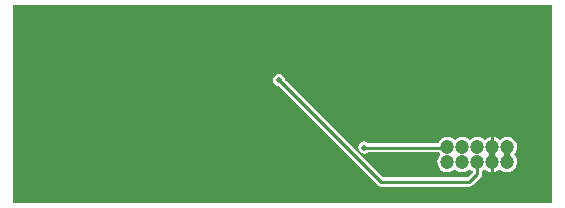
<source format=gbl>
G04*
G04 #@! TF.GenerationSoftware,Altium Limited,Altium Designer,18.0.11 (651)*
G04*
G04 Layer_Physical_Order=2*
G04 Layer_Color=16711680*
%FSLAX25Y25*%
%MOIN*%
G70*
G01*
G75*
%ADD10C,0.01000*%
%ADD19C,0.01968*%
%ADD20C,0.04724*%
%ADD21C,0.02000*%
G36*
X182500Y2000D02*
X3000D01*
Y68000D01*
X182500D01*
Y2000D01*
D02*
G37*
%LPC*%
G36*
X91500Y45039D02*
X90720Y44884D01*
X90058Y44442D01*
X89616Y43780D01*
X89461Y43000D01*
X89616Y42220D01*
X90058Y41558D01*
X90720Y41116D01*
X91346Y40992D01*
X124419Y7919D01*
X124915Y7587D01*
X125500Y7471D01*
X155000D01*
X155585Y7587D01*
X156081Y7919D01*
X158719Y10556D01*
X159051Y11052D01*
X159167Y11638D01*
Y12742D01*
X159333Y12811D01*
X160036Y13350D01*
X160240D01*
X160942Y12811D01*
X161760Y12472D01*
X162138Y12423D01*
Y15748D01*
X163138D01*
Y12423D01*
X163515Y12472D01*
X164333Y12811D01*
X165036Y13350D01*
X165161D01*
X165864Y12811D01*
X166681Y12472D01*
X167559Y12357D01*
X168437Y12472D01*
X169255Y12811D01*
X169957Y13350D01*
X170496Y14052D01*
X170835Y14870D01*
X170950Y15748D01*
X170835Y16626D01*
X170496Y17444D01*
X170163Y17878D01*
X170001Y18248D01*
X170163Y18618D01*
X170496Y19052D01*
X170835Y19870D01*
X170950Y20748D01*
X170835Y21626D01*
X170496Y22444D01*
X169957Y23146D01*
X169255Y23685D01*
X168437Y24024D01*
X167559Y24139D01*
X166681Y24024D01*
X165864Y23685D01*
X165161Y23146D01*
X165036D01*
X164333Y23685D01*
X163515Y24024D01*
X163138Y24073D01*
Y20748D01*
X162138D01*
Y24073D01*
X161760Y24024D01*
X160942Y23685D01*
X160240Y23146D01*
X160036D01*
X159333Y23685D01*
X158516Y24024D01*
X157638Y24139D01*
X156760Y24024D01*
X155942Y23685D01*
X155240Y23146D01*
X155036D01*
X154333Y23685D01*
X153516Y24024D01*
X152638Y24139D01*
X151760Y24024D01*
X150942Y23685D01*
X150240Y23146D01*
X150036D01*
X149333Y23685D01*
X148515Y24024D01*
X147638Y24139D01*
X146760Y24024D01*
X145942Y23685D01*
X145240Y23146D01*
X144701Y22444D01*
X144529Y22029D01*
X121311D01*
X120780Y22384D01*
X120000Y22539D01*
X119220Y22384D01*
X118558Y21942D01*
X118116Y21280D01*
X117961Y20500D01*
X118116Y19720D01*
X118558Y19058D01*
X119220Y18616D01*
X120000Y18461D01*
X120780Y18616D01*
X121311Y18971D01*
X144764D01*
X145034Y18618D01*
X145195Y18248D01*
X145034Y17878D01*
X144701Y17444D01*
X144362Y16626D01*
X144247Y15748D01*
X144362Y14870D01*
X144701Y14052D01*
X145240Y13350D01*
X145942Y12811D01*
X146760Y12472D01*
X147638Y12357D01*
X148515Y12472D01*
X149333Y12811D01*
X150036Y13350D01*
X150240D01*
X150942Y12811D01*
X151760Y12472D01*
X152638Y12357D01*
X153516Y12472D01*
X154333Y12811D01*
X155036Y13350D01*
X155240D01*
X155942Y12811D01*
X156108Y12742D01*
Y12271D01*
X154367Y10529D01*
X126134D01*
X93508Y43154D01*
X93384Y43780D01*
X92942Y44442D01*
X92280Y44884D01*
X91500Y45039D01*
D02*
G37*
%LPD*%
D10*
X155000Y9000D02*
X157638Y11638D01*
X125500Y9000D02*
X155000D01*
X91500Y43000D02*
X125500Y9000D01*
X157638Y11638D02*
Y15748D01*
X120000Y20500D02*
X147390D01*
X147638Y20748D01*
D19*
X162638Y15748D02*
Y20748D01*
X167559Y15748D02*
Y20748D01*
D20*
X147638D02*
D03*
Y15748D02*
D03*
X152638Y20748D02*
D03*
Y15748D02*
D03*
X157638Y20748D02*
D03*
Y15748D02*
D03*
X162638Y20748D02*
D03*
Y15748D02*
D03*
X167559Y20748D02*
D03*
Y15748D02*
D03*
D21*
X91500Y43000D02*
D03*
X120000Y20500D02*
D03*
M02*

</source>
